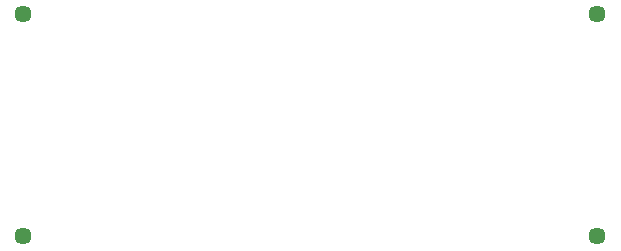
<source format=gbr>
%TF.GenerationSoftware,Altium Limited,Altium Designer,19.1.8 (144)*%
G04 Layer_Color=0*
%FSLAX26Y26*%
%MOIN*%
%TF.FileFunction,NonPlated,1,2,NPTH,Drill*%
%TF.Part,Single*%
G01*
G75*
%TA.AperFunction,ComponentDrill*%
%ADD35C,0.057087*%
D35*
X2287796Y909448D02*
D03*
Y1649606D02*
D03*
X4201182Y909448D02*
D03*
Y1649606D02*
D03*
%TF.MD5,7f75a512e9f00988ae46b828db288346*%
M02*

</source>
